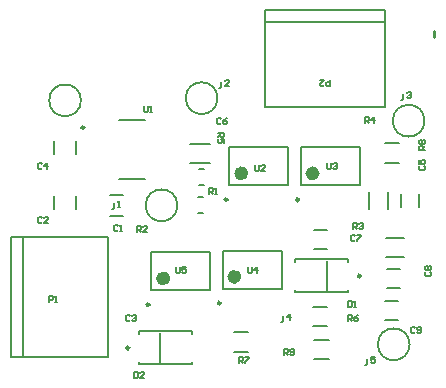
<source format=gto>
G04*
G04 #@! TF.GenerationSoftware,Altium Limited,Altium Designer,25.3.3 (18)*
G04*
G04 Layer_Color=65535*
%FSLAX44Y44*%
%MOMM*%
G71*
G04*
G04 #@! TF.SameCoordinates,5CFDE4A5-D111-4E67-9A72-851D34BF8442*
G04*
G04*
G04 #@! TF.FilePolarity,Positive*
G04*
G01*
G75*
%ADD10C,0.2500*%
%ADD11C,0.6000*%
%ADD12C,0.1500*%
%ADD13C,0.2000*%
%ADD14C,0.1270*%
%ADD15C,0.2540*%
%ADD16C,0.1524*%
D10*
X765540Y386080D02*
G03*
X765540Y386080I-1250J0D01*
G01*
X782720Y422611D02*
G03*
X782720Y422611I-1250J0D01*
G01*
X961550Y446938D02*
G03*
X961550Y446938I-1250J0D01*
G01*
X843060Y424043D02*
G03*
X843060Y424043I-1250J0D01*
G01*
X909150Y511497D02*
G03*
X909150Y511497I-1250J0D01*
G01*
X848810Y511572D02*
G03*
X848810Y511572I-1250J0D01*
G01*
X727490Y572733D02*
G03*
X727490Y572733I-1250J0D01*
G01*
D11*
X797270Y444861D02*
G03*
X797270Y444861I-3000J0D01*
G01*
X857610Y446293D02*
G03*
X857610Y446293I-3000J0D01*
G01*
X923700Y533747D02*
G03*
X923700Y533747I-3000J0D01*
G01*
X863360Y533822D02*
G03*
X863360Y533822I-3000J0D01*
G01*
D12*
X1002889Y389069D02*
G03*
X1002889Y389069I-13450J0D01*
G01*
X724650Y595630D02*
G03*
X724650Y595630I-13450J0D01*
G01*
X1015560Y578401D02*
G03*
X1015560Y578401I-13450J0D01*
G01*
X806310Y506730D02*
G03*
X806310Y506730I-13450J0D01*
G01*
X840248Y597490D02*
G03*
X840248Y597490I-13450J0D01*
G01*
D13*
X791540Y373080D02*
Y399080D01*
X773790Y398230D02*
Y400030D01*
Y372130D02*
Y373930D01*
Y372130D02*
X818790D01*
Y398230D02*
Y400030D01*
Y372130D02*
Y373930D01*
X773790Y400030D02*
X818790D01*
X784270Y434861D02*
X834270D01*
X784270Y466861D02*
X834270D01*
X784270Y434861D02*
Y466861D01*
X834270Y434861D02*
Y466861D01*
X854170Y382910D02*
X866128D01*
X854170Y399410D02*
X866128D01*
X983590Y436500D02*
X994590D01*
X983590Y452500D02*
X994590D01*
X982453Y409559D02*
X993453D01*
X982453Y425559D02*
X993453D01*
X921121Y421000D02*
X933079D01*
X921121Y404500D02*
X933079D01*
X905800Y432988D02*
X950800D01*
X905800Y459088D02*
Y460888D01*
Y432988D02*
Y434788D01*
Y460888D02*
X950800D01*
Y459088D02*
Y460888D01*
Y432988D02*
Y434788D01*
X933050Y433938D02*
Y459938D01*
X922391Y376560D02*
X934349D01*
X922391Y393060D02*
X934349D01*
X894610Y436293D02*
Y468293D01*
X844610Y436293D02*
Y468293D01*
X894610D01*
X844610Y436293D02*
X894610D01*
X921600Y485520D02*
X932600D01*
X921600Y469520D02*
X932600D01*
X983350Y462920D02*
X997850D01*
X983350Y479420D02*
X997850D01*
X995300Y505040D02*
Y516040D01*
X1011300Y505040D02*
Y516040D01*
X982081Y542930D02*
X994039D01*
X982081Y559430D02*
X994039D01*
X968380Y503290D02*
Y517790D01*
X984880Y503290D02*
Y517790D01*
X960700Y523747D02*
Y555747D01*
X910700Y523747D02*
Y555747D01*
X960700D01*
X910700Y523747D02*
X960700D01*
X900360Y523822D02*
Y555822D01*
X850360Y523822D02*
Y555822D01*
X900360D01*
X850360Y523822D02*
X900360D01*
X824520Y524110D02*
X829020D01*
X824520Y537610D02*
X829020D01*
X823600Y513480D02*
X828100D01*
X823600Y499980D02*
X828100D01*
X749120Y497730D02*
X760620D01*
X749120Y515730D02*
X760620D01*
X720200Y503520D02*
Y515020D01*
X702200Y503520D02*
Y515020D01*
X756490Y578683D02*
X778490D01*
X756490Y528683D02*
X778490D01*
X720200Y550020D02*
Y561520D01*
X702200Y550020D02*
Y561520D01*
X817154Y558960D02*
X834155D01*
X817208Y542887D02*
X834208D01*
D14*
X675769Y378130D02*
Y479730D01*
X747769D01*
X665769D02*
X675769D01*
X665769Y378130D02*
Y479730D01*
Y378130D02*
X675769D01*
X747769D01*
Y479730D01*
X880110Y590190D02*
X981710D01*
X880110D02*
Y662190D01*
Y672190D01*
X981710D01*
Y662190D02*
Y672190D01*
Y590190D02*
Y662190D01*
X880110D02*
X981710D01*
D15*
X1023620Y648970D02*
Y654050D01*
D16*
X843512Y579543D02*
X842666Y580389D01*
X840973D01*
X840127Y579543D01*
Y576157D01*
X840973Y575311D01*
X842666D01*
X843512Y576157D01*
X848591Y580389D02*
X846898Y579543D01*
X845205Y577850D01*
Y576157D01*
X846052Y575311D01*
X847745D01*
X848591Y576157D01*
Y577004D01*
X847745Y577850D01*
X845205D01*
X766584Y413386D02*
X765737Y414233D01*
X764044D01*
X763198Y413386D01*
Y410001D01*
X764044Y409154D01*
X765737D01*
X766584Y410001D01*
X768276Y413386D02*
X769123Y414233D01*
X770816D01*
X771662Y413386D01*
Y412540D01*
X770816Y411693D01*
X769969D01*
X770816D01*
X771662Y410847D01*
Y410001D01*
X770816Y409154D01*
X769123D01*
X768276Y410001D01*
X769198Y365759D02*
Y360681D01*
X771737D01*
X772584Y361527D01*
Y364913D01*
X771737Y365759D01*
X769198D01*
X777662Y360681D02*
X774276D01*
X777662Y364066D01*
Y364913D01*
X776816Y365759D01*
X775123D01*
X774276Y364913D01*
X697813Y424575D02*
Y429653D01*
X700352D01*
X701199Y428807D01*
Y427114D01*
X700352Y426268D01*
X697813D01*
X702892Y424575D02*
X704584D01*
X703738D01*
Y429653D01*
X702892Y428807D01*
X804758Y454659D02*
Y450427D01*
X805604Y449581D01*
X807297D01*
X808144Y450427D01*
Y454659D01*
X813222D02*
X809836D01*
Y452120D01*
X811529Y452966D01*
X812376D01*
X813222Y452120D01*
Y450427D01*
X812376Y449581D01*
X810683D01*
X809836Y450427D01*
X858457Y373381D02*
Y378459D01*
X860996D01*
X861843Y377613D01*
Y375920D01*
X860996Y375074D01*
X858457D01*
X860150D02*
X861843Y373381D01*
X863536Y378459D02*
X866921D01*
Y377613D01*
X863536Y374227D01*
Y373381D01*
X1015999Y553298D02*
X1010921D01*
Y555837D01*
X1011767Y556684D01*
X1013460D01*
X1014306Y555837D01*
Y553298D01*
Y554991D02*
X1015999Y556684D01*
X1011767Y558376D02*
X1010921Y559223D01*
Y560916D01*
X1011767Y561762D01*
X1012614D01*
X1013460Y560916D01*
X1014306Y561762D01*
X1015153D01*
X1015999Y560916D01*
Y559223D01*
X1015153Y558376D01*
X1014306D01*
X1013460Y559223D01*
X1012614Y558376D01*
X1011767D01*
X1013460Y559223D02*
Y560916D01*
X893658Y408094D02*
X894504D01*
X895351Y408941D01*
Y413173D01*
X901276Y409787D02*
Y414866D01*
X898736Y412326D01*
X902122D01*
X935681Y612515D02*
Y607437D01*
X933142D01*
X932295Y608283D01*
Y609976D01*
X933142Y610822D01*
X935681D01*
X927217Y612515D02*
X930602D01*
X927217Y609130D01*
Y608283D01*
X928063Y607437D01*
X929756D01*
X930602Y608283D01*
X750994Y503344D02*
X751841D01*
X752687Y504191D01*
Y508423D01*
X756073Y505037D02*
X757766D01*
X756919D01*
Y510116D01*
X756073Y509269D01*
X964778Y371264D02*
X965624D01*
X966471Y372111D01*
Y376343D01*
X973242Y378036D02*
X969856D01*
Y375496D01*
X971549Y376343D01*
X972396D01*
X973242Y375496D01*
Y373804D01*
X972396Y372957D01*
X970703D01*
X969856Y373804D01*
X995258Y596054D02*
X996105D01*
X996951Y596901D01*
Y601133D01*
X1000336Y601979D02*
X1001183Y602826D01*
X1002876D01*
X1003722Y601979D01*
Y601133D01*
X1002876Y600286D01*
X1002029D01*
X1002876D01*
X1003722Y599440D01*
Y598594D01*
X1002876Y597747D01*
X1001183D01*
X1000336Y598594D01*
X841588Y606214D02*
X842434D01*
X843281Y607061D01*
Y611293D01*
X850052Y607907D02*
X846666D01*
X850052Y611293D01*
Y612139D01*
X849206Y612986D01*
X847513D01*
X846666Y612139D01*
X1007534Y403013D02*
X1006687Y403859D01*
X1004995D01*
X1004148Y403013D01*
Y399627D01*
X1004995Y398781D01*
X1006687D01*
X1007534Y399627D01*
X1009226D02*
X1010073Y398781D01*
X1011766D01*
X1012612Y399627D01*
Y403013D01*
X1011766Y403859D01*
X1010073D01*
X1009226Y403013D01*
Y402166D01*
X1010073Y401320D01*
X1012612D01*
X1016847Y450004D02*
X1016001Y449157D01*
Y447464D01*
X1016847Y446618D01*
X1020233D01*
X1021079Y447464D01*
Y449157D01*
X1020233Y450004D01*
X1016847Y451696D02*
X1016001Y452543D01*
Y454236D01*
X1016847Y455082D01*
X1017694D01*
X1018540Y454236D01*
X1019386Y455082D01*
X1020233D01*
X1021079Y454236D01*
Y452543D01*
X1020233Y451696D01*
X1019386D01*
X1018540Y452543D01*
X1017694Y451696D01*
X1016847D01*
X1018540Y452543D02*
Y454236D01*
X691304Y541443D02*
X690457Y542289D01*
X688764D01*
X687918Y541443D01*
Y538057D01*
X688764Y537211D01*
X690457D01*
X691304Y538057D01*
X695536Y537211D02*
Y542289D01*
X692996Y539750D01*
X696382D01*
X1011767Y540174D02*
X1010921Y539327D01*
Y537635D01*
X1011767Y536788D01*
X1015153D01*
X1015999Y537635D01*
Y539327D01*
X1015153Y540174D01*
X1010921Y545252D02*
Y541866D01*
X1013460D01*
X1012614Y543559D01*
Y544406D01*
X1013460Y545252D01*
X1015153D01*
X1015999Y544406D01*
Y542713D01*
X1015153Y541866D01*
X896198Y379731D02*
Y384809D01*
X898737D01*
X899584Y383963D01*
Y382270D01*
X898737Y381424D01*
X896198D01*
X897891D02*
X899584Y379731D01*
X901276Y380577D02*
X902123Y379731D01*
X903816D01*
X904662Y380577D01*
Y383963D01*
X903816Y384809D01*
X902123D01*
X901276Y383963D01*
Y383116D01*
X902123Y382270D01*
X904662D01*
X950808Y408941D02*
Y414019D01*
X953347D01*
X954194Y413173D01*
Y411480D01*
X953347Y410634D01*
X950808D01*
X952501D02*
X954194Y408941D01*
X959272Y414019D02*
X957579Y413173D01*
X955886Y411480D01*
Y409787D01*
X956733Y408941D01*
X958426D01*
X959272Y409787D01*
Y410634D01*
X958426Y411480D01*
X955886D01*
X964778Y576581D02*
Y581659D01*
X967317D01*
X968164Y580813D01*
Y579120D01*
X967317Y578274D01*
X964778D01*
X966471D02*
X968164Y576581D01*
X972396D02*
Y581659D01*
X969856Y579120D01*
X973242D01*
X954618Y486411D02*
Y491489D01*
X957157D01*
X958004Y490643D01*
Y488950D01*
X957157Y488104D01*
X954618D01*
X956311D02*
X958004Y486411D01*
X959696Y490643D02*
X960543Y491489D01*
X962236D01*
X963082Y490643D01*
Y489796D01*
X962236Y488950D01*
X961389D01*
X962236D01*
X963082Y488104D01*
Y487257D01*
X962236Y486411D01*
X960543D01*
X959696Y487257D01*
X950384Y425449D02*
Y420371D01*
X952924D01*
X953770Y421217D01*
Y424603D01*
X952924Y425449D01*
X950384D01*
X955463Y420371D02*
X957156D01*
X956309D01*
Y425449D01*
X955463Y424603D01*
X956734Y480483D02*
X955887Y481329D01*
X954194D01*
X953348Y480483D01*
Y477097D01*
X954194Y476251D01*
X955887D01*
X956734Y477097D01*
X958426Y481329D02*
X961812D01*
Y480483D01*
X958426Y477097D01*
Y476251D01*
X933028Y542289D02*
Y538057D01*
X933875Y537211D01*
X935567D01*
X936414Y538057D01*
Y542289D01*
X938106Y541443D02*
X938953Y542289D01*
X940646D01*
X941492Y541443D01*
Y540596D01*
X940646Y539750D01*
X939799D01*
X940646D01*
X941492Y538904D01*
Y538057D01*
X940646Y537211D01*
X938953D01*
X938106Y538057D01*
X872068Y540935D02*
Y536703D01*
X872915Y535857D01*
X874607D01*
X875454Y536703D01*
Y540935D01*
X880532Y535857D02*
X877146D01*
X880532Y539243D01*
Y540089D01*
X879686Y540935D01*
X877993D01*
X877146Y540089D01*
X865718Y454659D02*
Y450427D01*
X866564Y449581D01*
X868257D01*
X869104Y450427D01*
Y454659D01*
X873336Y449581D02*
Y454659D01*
X870796Y452120D01*
X874182D01*
X777664Y590549D02*
Y586317D01*
X778511Y585471D01*
X780204D01*
X781050Y586317D01*
Y590549D01*
X782743Y585471D02*
X784436D01*
X783589D01*
Y590549D01*
X782743Y589703D01*
X840741Y568112D02*
X845819D01*
Y565573D01*
X844973Y564726D01*
X843280D01*
X842434Y565573D01*
Y568112D01*
Y566419D02*
X840741Y564726D01*
X845819Y559648D02*
Y563034D01*
X843280D01*
X844126Y561341D01*
Y560494D01*
X843280Y559648D01*
X841587D01*
X840741Y560494D01*
Y562187D01*
X841587Y563034D01*
X771738Y483871D02*
Y488949D01*
X774277D01*
X775124Y488103D01*
Y486410D01*
X774277Y485564D01*
X771738D01*
X773431D02*
X775124Y483871D01*
X780202D02*
X776816D01*
X780202Y487256D01*
Y488103D01*
X779356Y488949D01*
X777663D01*
X776816Y488103D01*
X833424Y516256D02*
Y521334D01*
X835964D01*
X836810Y520488D01*
Y518795D01*
X835964Y517949D01*
X833424D01*
X835117D02*
X836810Y516256D01*
X838503D02*
X840196D01*
X839349D01*
Y521334D01*
X838503Y520488D01*
X691304Y495723D02*
X690457Y496569D01*
X688764D01*
X687918Y495723D01*
Y492337D01*
X688764Y491491D01*
X690457D01*
X691304Y492337D01*
X696382Y491491D02*
X692996D01*
X696382Y494876D01*
Y495723D01*
X695536Y496569D01*
X693843D01*
X692996Y495723D01*
X755650Y489373D02*
X754804Y490219D01*
X753111D01*
X752264Y489373D01*
Y485987D01*
X753111Y485141D01*
X754804D01*
X755650Y485987D01*
X757343Y485141D02*
X759036D01*
X758189D01*
Y490219D01*
X757343Y489373D01*
M02*

</source>
